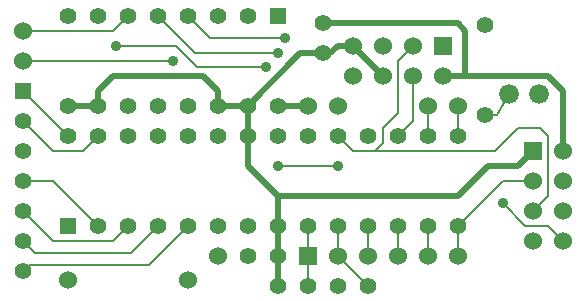
<source format=gbl>
G04 (created by PCBNEW-RS274X (2012-01-19 BZR 3256)-stable) date 10/2/2012 11:56:40 PM*
G01*
G70*
G90*
%MOIN*%
G04 Gerber Fmt 3.4, Leading zero omitted, Abs format*
%FSLAX34Y34*%
G04 APERTURE LIST*
%ADD10C,0.006000*%
%ADD11C,0.060000*%
%ADD12R,0.060000X0.060000*%
%ADD13C,0.055000*%
%ADD14R,0.055000X0.055000*%
%ADD15C,0.066000*%
%ADD16C,0.035000*%
%ADD17C,0.020000*%
%ADD18C,0.008000*%
G04 APERTURE END LIST*
G54D10*
G54D11*
X53600Y-39900D03*
X49600Y-39900D03*
G54D12*
X57600Y-39100D03*
G54D11*
X58600Y-39100D03*
G54D13*
X59600Y-40100D03*
X58600Y-40100D03*
X57600Y-40100D03*
X56600Y-40100D03*
X50600Y-38100D03*
X51600Y-38100D03*
X52600Y-38100D03*
X53600Y-38100D03*
X54600Y-38100D03*
X55600Y-38100D03*
X56600Y-38100D03*
X57600Y-38100D03*
X58600Y-38100D03*
X59600Y-38100D03*
X60600Y-38100D03*
X61600Y-38100D03*
X62600Y-38100D03*
G54D14*
X49600Y-38100D03*
G54D13*
X62600Y-35100D03*
X61600Y-35100D03*
X60600Y-35100D03*
X59600Y-35100D03*
X58600Y-35100D03*
X57600Y-35100D03*
X56600Y-35100D03*
X55600Y-35100D03*
X54600Y-35100D03*
X53600Y-35100D03*
X52600Y-35100D03*
X51600Y-35100D03*
X50600Y-35100D03*
X49600Y-35100D03*
G54D12*
X65100Y-35600D03*
G54D11*
X66100Y-35600D03*
X65100Y-36600D03*
X66100Y-36600D03*
X65100Y-37600D03*
X66100Y-37600D03*
X65100Y-38600D03*
X66100Y-38600D03*
G54D15*
X64300Y-33700D03*
X65300Y-33700D03*
G54D14*
X56600Y-31100D03*
G54D13*
X55600Y-31100D03*
X54600Y-31100D03*
X53600Y-31100D03*
X52600Y-31100D03*
X51600Y-31100D03*
X50600Y-31100D03*
X49600Y-31100D03*
X49600Y-34100D03*
X50600Y-34100D03*
X51600Y-34100D03*
X52600Y-34100D03*
X53600Y-34100D03*
X54600Y-34100D03*
X55600Y-34100D03*
X56600Y-34100D03*
X56600Y-39100D03*
X55600Y-39100D03*
X58100Y-32350D03*
X58100Y-31350D03*
G54D12*
X62100Y-32100D03*
G54D11*
X62100Y-33100D03*
X61100Y-32100D03*
X61100Y-33100D03*
X60100Y-32100D03*
X60100Y-33100D03*
G54D14*
X48100Y-33600D03*
G54D13*
X48100Y-34600D03*
X48100Y-35600D03*
X48100Y-36600D03*
X48100Y-37600D03*
X48100Y-38600D03*
X48100Y-39600D03*
G54D11*
X48100Y-31600D03*
X48100Y-32600D03*
X61600Y-34100D03*
X62600Y-34100D03*
X62600Y-39100D03*
X57600Y-34100D03*
X59100Y-32100D03*
X59100Y-33100D03*
X58600Y-34100D03*
X59600Y-39100D03*
X60600Y-39100D03*
X61600Y-39100D03*
X54600Y-39100D03*
G54D13*
X63500Y-31400D03*
X63500Y-34400D03*
G54D16*
X56200Y-32800D03*
X51200Y-32100D03*
X58600Y-36100D03*
X56600Y-36100D03*
X56600Y-32350D03*
X53100Y-32600D03*
X56850Y-31850D03*
X64100Y-37350D03*
G54D17*
X62850Y-33100D02*
X62100Y-33100D01*
X62600Y-31350D02*
X62850Y-31600D01*
X58100Y-31350D02*
X62600Y-31350D01*
X62850Y-31600D02*
X62850Y-33100D01*
G54D18*
X53200Y-32100D02*
X53900Y-32800D01*
G54D17*
X65600Y-33100D02*
X66100Y-33600D01*
X62100Y-33100D02*
X65600Y-33100D01*
X66100Y-33600D02*
X66100Y-35600D01*
G54D18*
X51200Y-32100D02*
X53100Y-32100D01*
X53900Y-32800D02*
X56200Y-32800D01*
X53100Y-32100D02*
X53200Y-32100D01*
G54D17*
X56600Y-34100D02*
X57600Y-34100D01*
G54D18*
X59600Y-38100D02*
X59600Y-39100D01*
X60600Y-38100D02*
X60600Y-39100D01*
X61600Y-38100D02*
X61600Y-39100D01*
X57600Y-38100D02*
X57600Y-39100D01*
X57600Y-40100D02*
X57600Y-39100D01*
X58600Y-39100D02*
X59600Y-40100D01*
X58600Y-38100D02*
X58600Y-39100D01*
X63500Y-34400D02*
X63900Y-34400D01*
X63900Y-34400D02*
X64300Y-33700D01*
X56600Y-36100D02*
X58600Y-36100D01*
G54D17*
X56600Y-38100D02*
X56600Y-37100D01*
X64600Y-36100D02*
X65100Y-35600D01*
X56600Y-37100D02*
X62600Y-37100D01*
X62600Y-37100D02*
X63600Y-36100D01*
X58350Y-32350D02*
X58600Y-32100D01*
X54100Y-33100D02*
X54600Y-33600D01*
X54600Y-33600D02*
X54600Y-34100D01*
X56600Y-38100D02*
X56600Y-39100D01*
X54600Y-34100D02*
X55600Y-34100D01*
X56600Y-39100D02*
X56600Y-40100D01*
X55600Y-34100D02*
X57350Y-32350D01*
X55600Y-35100D02*
X55600Y-36100D01*
X59100Y-32100D02*
X60100Y-33100D01*
X57350Y-32350D02*
X58100Y-32350D01*
X55600Y-36100D02*
X56600Y-37100D01*
X63600Y-36100D02*
X64600Y-36100D01*
X55600Y-34100D02*
X55600Y-35100D01*
X49600Y-34100D02*
X50600Y-34100D01*
X51100Y-33100D02*
X54100Y-33100D01*
X50600Y-33600D02*
X51100Y-33100D01*
X64600Y-36100D02*
X65100Y-35600D01*
X58100Y-32350D02*
X58350Y-32350D01*
X58600Y-32100D02*
X59100Y-32100D01*
X50600Y-34100D02*
X50600Y-33600D01*
G54D18*
X48100Y-33600D02*
X49600Y-35100D01*
X49100Y-35600D02*
X50100Y-35600D01*
X50100Y-35600D02*
X50600Y-35100D01*
X48100Y-34600D02*
X49100Y-35600D01*
X50600Y-38100D02*
X49100Y-36600D01*
X49100Y-36600D02*
X48100Y-36600D01*
X51100Y-38600D02*
X49100Y-38600D01*
X51600Y-38100D02*
X51100Y-38600D01*
X49100Y-38600D02*
X48100Y-37600D01*
X48100Y-38600D02*
X48500Y-39000D01*
X48500Y-39000D02*
X51700Y-39000D01*
X51700Y-39000D02*
X52600Y-38100D01*
X53600Y-38100D02*
X52300Y-39400D01*
X48300Y-39400D02*
X48100Y-39600D01*
X52300Y-39400D02*
X48300Y-39400D01*
X51100Y-31600D02*
X48100Y-31600D01*
X51600Y-31100D02*
X51100Y-31600D01*
X53850Y-32350D02*
X52600Y-31100D01*
X56600Y-32350D02*
X53850Y-32350D01*
X48100Y-32600D02*
X53100Y-32600D01*
X56850Y-31850D02*
X54350Y-31850D01*
X54350Y-31850D02*
X53600Y-31100D01*
X60600Y-35100D02*
X61100Y-34600D01*
X61100Y-34600D02*
X61100Y-33100D01*
X65100Y-36600D02*
X64100Y-36600D01*
X64100Y-36600D02*
X62600Y-38100D01*
X62600Y-38100D02*
X62600Y-39100D01*
X61600Y-34100D02*
X61600Y-35100D01*
X65600Y-38100D02*
X64850Y-38100D01*
X64850Y-38100D02*
X65600Y-38100D01*
X66100Y-38600D02*
X65600Y-38100D01*
X62600Y-34100D02*
X62600Y-35100D01*
X64850Y-38100D02*
X64100Y-37350D01*
X64100Y-37350D02*
X64850Y-38100D01*
X65600Y-35100D02*
X65600Y-37100D01*
X60100Y-34850D02*
X60600Y-34350D01*
X65350Y-34850D02*
X65600Y-35100D01*
X60600Y-34350D02*
X60600Y-32600D01*
X60100Y-35350D02*
X60100Y-34850D01*
X59100Y-35600D02*
X59850Y-35600D01*
X59850Y-35600D02*
X60100Y-35350D01*
X60600Y-32600D02*
X61100Y-32100D01*
X64600Y-34850D02*
X65350Y-34850D01*
X65600Y-37100D02*
X65100Y-37600D01*
X58600Y-35100D02*
X59100Y-35600D01*
X59850Y-35600D02*
X63850Y-35600D01*
X63850Y-35600D02*
X64600Y-34850D01*
M02*

</source>
